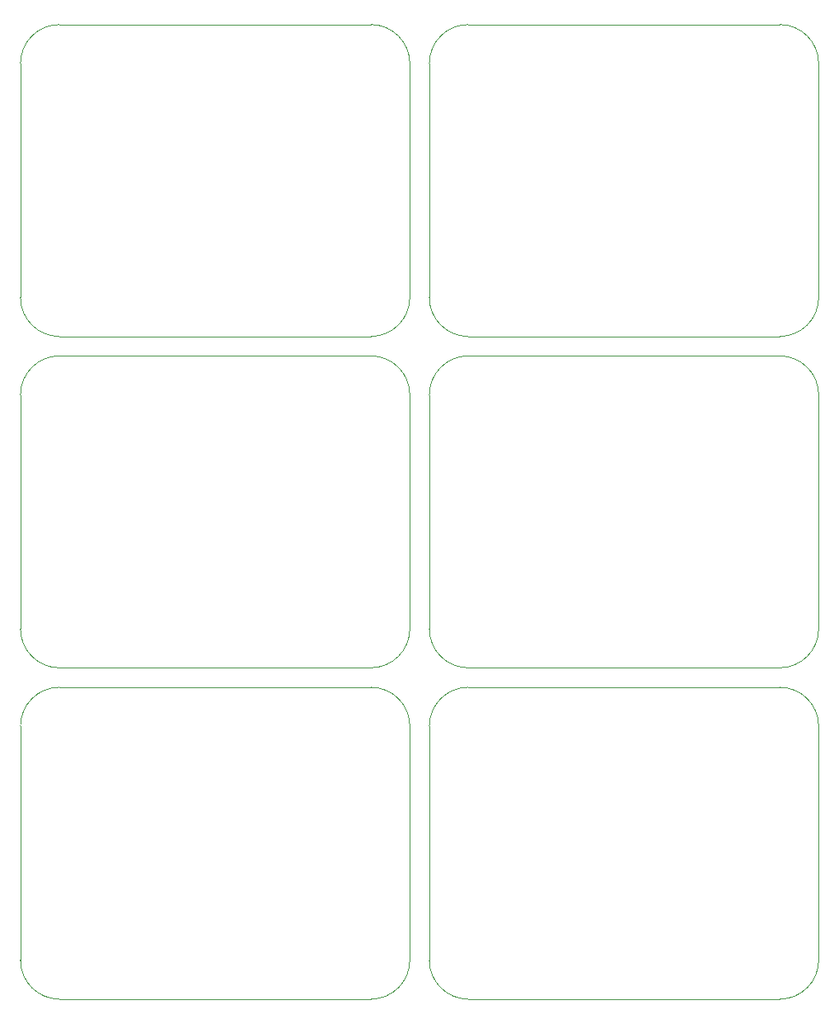
<source format=gm1>
%MOIN*%
%OFA0B0*%
%FSLAX46Y46*%
%IPPOS*%
%LPD*%
%ADD10C,0.0039370078740157488*%
%ADD21C,0.0039370078740157488*%
%ADD22C,0.0039370078740157488*%
%ADD23C,0.0039370078740157488*%
%ADD24C,0.0039370078740157488*%
%ADD25C,0.0039370078740157488*%
G01*
D10*
X0000157480Y0001259842D02*
X0001417322Y0001259842D01*
X0001417322Y0000000000D02*
X0000157480Y0000000000D01*
X0000157480Y0001259842D02*
G75*
G03*
X0000000000Y0001102362J-0000157480D01*
G01*
X0001574803Y0001102362D02*
G75*
G03*
X0001417322Y0001259842I-0000157480D01*
G01*
X0000000000Y0000157480D02*
X0000000000Y0001102362D01*
X0000000000Y0000157480D02*
G75*
G03*
X0000157480Y0000000000I0000157480D01*
G01*
X0001417322Y0000000000D02*
G75*
G03*
X0001574803Y0000157480J0000157480D01*
G01*
X0001574803Y0001102362D02*
X0001574803Y0000157480D01*
G04 next file*
G04 Gerber Fmt 4.6, Leading zero omitted, Abs format (unit mm)*
G04 Created by KiCad (PCBNEW (6.0.1)) date 2022-07-06 09:20:12*
G01*
G04 APERTURE LIST*
G04 APERTURE END LIST*
D21*
X0001811023Y0001259842D02*
X0003070866Y0001259842D01*
X0003070866Y0000000000D02*
X0001811023Y0000000000D01*
X0001811023Y0001259842D02*
G75*
G03*
X0001653543Y0001102362J-0000157480D01*
G01*
X0003228346Y0001102362D02*
G75*
G03*
X0003070866Y0001259842I-0000157480D01*
G01*
X0001653543Y0000157480D02*
X0001653543Y0001102362D01*
X0001653543Y0000157480D02*
G75*
G03*
X0001811023Y0000000000I0000157480D01*
G01*
X0003070866Y0000000000D02*
G75*
G03*
X0003228346Y0000157480J0000157480D01*
G01*
X0003228346Y0001102362D02*
X0003228346Y0000157480D01*
G04 next file*
G04 Gerber Fmt 4.6, Leading zero omitted, Abs format (unit mm)*
G04 Created by KiCad (PCBNEW (6.0.1)) date 2022-07-06 09:20:12*
G01*
G04 APERTURE LIST*
G04 APERTURE END LIST*
D22*
X0000157480Y0002598425D02*
X0001417322Y0002598425D01*
X0001417322Y0001338582D02*
X0000157480Y0001338582D01*
X0000157480Y0002598425D02*
G75*
G03*
X0000000000Y0002440944J-0000157480D01*
G01*
X0001574803Y0002440944D02*
G75*
G03*
X0001417322Y0002598425I-0000157480D01*
G01*
X0000000000Y0001496062D02*
X0000000000Y0002440944D01*
X0000000000Y0001496062D02*
G75*
G03*
X0000157480Y0001338582I0000157480D01*
G01*
X0001417322Y0001338582D02*
G75*
G03*
X0001574803Y0001496062J0000157480D01*
G01*
X0001574803Y0002440944D02*
X0001574803Y0001496062D01*
G04 next file*
G04 Gerber Fmt 4.6, Leading zero omitted, Abs format (unit mm)*
G04 Created by KiCad (PCBNEW (6.0.1)) date 2022-07-06 09:20:12*
G01*
G04 APERTURE LIST*
G04 APERTURE END LIST*
D23*
X0000157480Y0003937007D02*
X0001417322Y0003937007D01*
X0001417322Y0002677165D02*
X0000157480Y0002677165D01*
X0000157480Y0003937007D02*
G75*
G03*
X0000000000Y0003779527J-0000157480D01*
G01*
X0001574803Y0003779527D02*
G75*
G03*
X0001417322Y0003937007I-0000157480D01*
G01*
X0000000000Y0002834645D02*
X0000000000Y0003779527D01*
X0000000000Y0002834645D02*
G75*
G03*
X0000157480Y0002677165I0000157480D01*
G01*
X0001417322Y0002677165D02*
G75*
G03*
X0001574803Y0002834645J0000157480D01*
G01*
X0001574803Y0003779527D02*
X0001574803Y0002834645D01*
G04 next file*
G04 Gerber Fmt 4.6, Leading zero omitted, Abs format (unit mm)*
G04 Created by KiCad (PCBNEW (6.0.1)) date 2022-07-06 09:20:12*
G01*
G04 APERTURE LIST*
G04 APERTURE END LIST*
D24*
X0001811023Y0002598425D02*
X0003070866Y0002598425D01*
X0003070866Y0001338582D02*
X0001811023Y0001338582D01*
X0001811023Y0002598425D02*
G75*
G03*
X0001653543Y0002440944J-0000157480D01*
G01*
X0003228346Y0002440944D02*
G75*
G03*
X0003070866Y0002598425I-0000157480D01*
G01*
X0001653543Y0001496062D02*
X0001653543Y0002440944D01*
X0001653543Y0001496062D02*
G75*
G03*
X0001811023Y0001338582I0000157480D01*
G01*
X0003070866Y0001338582D02*
G75*
G03*
X0003228346Y0001496062J0000157480D01*
G01*
X0003228346Y0002440944D02*
X0003228346Y0001496062D01*
G04 next file*
G04 Gerber Fmt 4.6, Leading zero omitted, Abs format (unit mm)*
G04 Created by KiCad (PCBNEW (6.0.1)) date 2022-07-06 09:20:12*
G01*
G04 APERTURE LIST*
G04 APERTURE END LIST*
D25*
X0001811023Y0003937007D02*
X0003070866Y0003937007D01*
X0003070866Y0002677165D02*
X0001811023Y0002677165D01*
X0001811023Y0003937007D02*
G75*
G03*
X0001653543Y0003779527J-0000157480D01*
G01*
X0003228346Y0003779527D02*
G75*
G03*
X0003070866Y0003937007I-0000157480D01*
G01*
X0001653543Y0002834645D02*
X0001653543Y0003779527D01*
X0001653543Y0002834645D02*
G75*
G03*
X0001811023Y0002677165I0000157480D01*
G01*
X0003070866Y0002677165D02*
G75*
G03*
X0003228346Y0002834645J0000157480D01*
G01*
X0003228346Y0003779527D02*
X0003228346Y0002834645D01*
M02*
</source>
